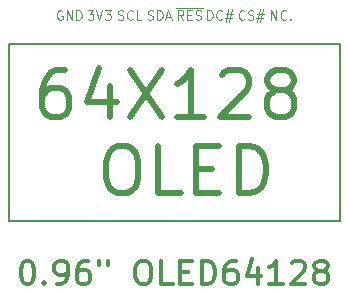
<source format=gto>
%TF.GenerationSoftware,KiCad,Pcbnew,(6.0.1)*%
%TF.CreationDate,2022-01-22T22:46:41+08:00*%
%TF.ProjectId,PCB_OLED_OEL1M4033FPC_A1_E,5043425f-4f4c-4454-945f-4f454c314d34,0.9*%
%TF.SameCoordinates,Original*%
%TF.FileFunction,Legend,Top*%
%TF.FilePolarity,Positive*%
%FSLAX46Y46*%
G04 Gerber Fmt 4.6, Leading zero omitted, Abs format (unit mm)*
G04 Created by KiCad (PCBNEW (6.0.1)) date 2022-01-22 22:46:41*
%MOMM*%
%LPD*%
G01*
G04 APERTURE LIST*
%ADD10C,0.150000*%
%ADD11C,0.300000*%
%ADD12C,0.120000*%
%ADD13C,0.500000*%
%ADD14C,4.500000*%
%ADD15C,3.100000*%
%ADD16R,1.700000X1.700000*%
%ADD17O,1.700000X1.700000*%
%ADD18C,0.900000*%
G04 APERTURE END LIST*
D10*
X123500000Y-55000000D02*
X95500000Y-55000000D01*
X95500000Y-55000000D02*
X95500000Y-40000000D01*
X123500000Y-40000000D02*
X123500000Y-55000000D01*
X95500000Y-40000000D02*
X123500000Y-40000000D01*
D11*
X96950190Y-58340761D02*
X97140666Y-58340761D01*
X97331142Y-58436000D01*
X97426380Y-58531238D01*
X97521619Y-58721714D01*
X97616857Y-59102666D01*
X97616857Y-59578857D01*
X97521619Y-59959809D01*
X97426380Y-60150285D01*
X97331142Y-60245523D01*
X97140666Y-60340761D01*
X96950190Y-60340761D01*
X96759714Y-60245523D01*
X96664476Y-60150285D01*
X96569238Y-59959809D01*
X96474000Y-59578857D01*
X96474000Y-59102666D01*
X96569238Y-58721714D01*
X96664476Y-58531238D01*
X96759714Y-58436000D01*
X96950190Y-58340761D01*
X98474000Y-60150285D02*
X98569238Y-60245523D01*
X98474000Y-60340761D01*
X98378761Y-60245523D01*
X98474000Y-60150285D01*
X98474000Y-60340761D01*
X99521619Y-60340761D02*
X99902571Y-60340761D01*
X100093047Y-60245523D01*
X100188285Y-60150285D01*
X100378761Y-59864571D01*
X100474000Y-59483619D01*
X100474000Y-58721714D01*
X100378761Y-58531238D01*
X100283523Y-58436000D01*
X100093047Y-58340761D01*
X99712095Y-58340761D01*
X99521619Y-58436000D01*
X99426380Y-58531238D01*
X99331142Y-58721714D01*
X99331142Y-59197904D01*
X99426380Y-59388380D01*
X99521619Y-59483619D01*
X99712095Y-59578857D01*
X100093047Y-59578857D01*
X100283523Y-59483619D01*
X100378761Y-59388380D01*
X100474000Y-59197904D01*
X102188285Y-58340761D02*
X101807333Y-58340761D01*
X101616857Y-58436000D01*
X101521619Y-58531238D01*
X101331142Y-58816952D01*
X101235904Y-59197904D01*
X101235904Y-59959809D01*
X101331142Y-60150285D01*
X101426380Y-60245523D01*
X101616857Y-60340761D01*
X101997809Y-60340761D01*
X102188285Y-60245523D01*
X102283523Y-60150285D01*
X102378761Y-59959809D01*
X102378761Y-59483619D01*
X102283523Y-59293142D01*
X102188285Y-59197904D01*
X101997809Y-59102666D01*
X101616857Y-59102666D01*
X101426380Y-59197904D01*
X101331142Y-59293142D01*
X101235904Y-59483619D01*
X103140666Y-58340761D02*
X103140666Y-58721714D01*
X103902571Y-58340761D02*
X103902571Y-58721714D01*
X106664476Y-58340761D02*
X107045428Y-58340761D01*
X107235904Y-58436000D01*
X107426380Y-58626476D01*
X107521619Y-59007428D01*
X107521619Y-59674095D01*
X107426380Y-60055047D01*
X107235904Y-60245523D01*
X107045428Y-60340761D01*
X106664476Y-60340761D01*
X106474000Y-60245523D01*
X106283523Y-60055047D01*
X106188285Y-59674095D01*
X106188285Y-59007428D01*
X106283523Y-58626476D01*
X106474000Y-58436000D01*
X106664476Y-58340761D01*
X109331142Y-60340761D02*
X108378761Y-60340761D01*
X108378761Y-58340761D01*
X109997809Y-59293142D02*
X110664476Y-59293142D01*
X110950190Y-60340761D02*
X109997809Y-60340761D01*
X109997809Y-58340761D01*
X110950190Y-58340761D01*
X111807333Y-60340761D02*
X111807333Y-58340761D01*
X112283523Y-58340761D01*
X112569238Y-58436000D01*
X112759714Y-58626476D01*
X112854952Y-58816952D01*
X112950190Y-59197904D01*
X112950190Y-59483619D01*
X112854952Y-59864571D01*
X112759714Y-60055047D01*
X112569238Y-60245523D01*
X112283523Y-60340761D01*
X111807333Y-60340761D01*
X114664476Y-58340761D02*
X114283523Y-58340761D01*
X114093047Y-58436000D01*
X113997809Y-58531238D01*
X113807333Y-58816952D01*
X113712095Y-59197904D01*
X113712095Y-59959809D01*
X113807333Y-60150285D01*
X113902571Y-60245523D01*
X114093047Y-60340761D01*
X114474000Y-60340761D01*
X114664476Y-60245523D01*
X114759714Y-60150285D01*
X114854952Y-59959809D01*
X114854952Y-59483619D01*
X114759714Y-59293142D01*
X114664476Y-59197904D01*
X114474000Y-59102666D01*
X114093047Y-59102666D01*
X113902571Y-59197904D01*
X113807333Y-59293142D01*
X113712095Y-59483619D01*
X116569238Y-59007428D02*
X116569238Y-60340761D01*
X116093047Y-58245523D02*
X115616857Y-59674095D01*
X116854952Y-59674095D01*
X118664476Y-60340761D02*
X117521619Y-60340761D01*
X118093047Y-60340761D02*
X118093047Y-58340761D01*
X117902571Y-58626476D01*
X117712095Y-58816952D01*
X117521619Y-58912190D01*
X119426380Y-58531238D02*
X119521619Y-58436000D01*
X119712095Y-58340761D01*
X120188285Y-58340761D01*
X120378761Y-58436000D01*
X120473999Y-58531238D01*
X120569238Y-58721714D01*
X120569238Y-58912190D01*
X120473999Y-59197904D01*
X119331142Y-60340761D01*
X120569238Y-60340761D01*
X121712095Y-59197904D02*
X121521619Y-59102666D01*
X121426380Y-59007428D01*
X121331142Y-58816952D01*
X121331142Y-58721714D01*
X121426380Y-58531238D01*
X121521619Y-58436000D01*
X121712095Y-58340761D01*
X122093047Y-58340761D01*
X122283523Y-58436000D01*
X122378761Y-58531238D01*
X122473999Y-58721714D01*
X122473999Y-58816952D01*
X122378761Y-59007428D01*
X122283523Y-59102666D01*
X122093047Y-59197904D01*
X121712095Y-59197904D01*
X121521619Y-59293142D01*
X121426380Y-59388380D01*
X121331142Y-59578857D01*
X121331142Y-59959809D01*
X121426380Y-60150285D01*
X121521619Y-60245523D01*
X121712095Y-60340761D01*
X122093047Y-60340761D01*
X122283523Y-60245523D01*
X122378761Y-60150285D01*
X122473999Y-59959809D01*
X122473999Y-59578857D01*
X122378761Y-59388380D01*
X122283523Y-59293142D01*
X122093047Y-59197904D01*
D12*
X117671952Y-37952904D02*
X117671952Y-37152904D01*
X118129095Y-37952904D01*
X118129095Y-37152904D01*
X118967190Y-37876714D02*
X118929095Y-37914809D01*
X118814809Y-37952904D01*
X118738619Y-37952904D01*
X118624333Y-37914809D01*
X118548142Y-37838619D01*
X118510047Y-37762428D01*
X118471952Y-37610047D01*
X118471952Y-37495761D01*
X118510047Y-37343380D01*
X118548142Y-37267190D01*
X118624333Y-37191000D01*
X118738619Y-37152904D01*
X118814809Y-37152904D01*
X118929095Y-37191000D01*
X118967190Y-37229095D01*
X119310047Y-37876714D02*
X119348142Y-37914809D01*
X119310047Y-37952904D01*
X119271952Y-37914809D01*
X119310047Y-37876714D01*
X119310047Y-37952904D01*
X112274476Y-37953904D02*
X112274476Y-37153904D01*
X112464952Y-37153904D01*
X112579238Y-37192000D01*
X112655428Y-37268190D01*
X112693523Y-37344380D01*
X112731619Y-37496761D01*
X112731619Y-37611047D01*
X112693523Y-37763428D01*
X112655428Y-37839619D01*
X112579238Y-37915809D01*
X112464952Y-37953904D01*
X112274476Y-37953904D01*
X113531619Y-37877714D02*
X113493523Y-37915809D01*
X113379238Y-37953904D01*
X113303047Y-37953904D01*
X113188761Y-37915809D01*
X113112571Y-37839619D01*
X113074476Y-37763428D01*
X113036380Y-37611047D01*
X113036380Y-37496761D01*
X113074476Y-37344380D01*
X113112571Y-37268190D01*
X113188761Y-37192000D01*
X113303047Y-37153904D01*
X113379238Y-37153904D01*
X113493523Y-37192000D01*
X113531619Y-37230095D01*
X113836380Y-37420571D02*
X114407809Y-37420571D01*
X114064952Y-37077714D02*
X113836380Y-38106285D01*
X114331619Y-37763428D02*
X113760190Y-37763428D01*
X114103047Y-38106285D02*
X114331619Y-37077714D01*
D13*
X100204095Y-42214523D02*
X99442190Y-42214523D01*
X99061238Y-42405000D01*
X98870761Y-42595476D01*
X98489809Y-43166904D01*
X98299333Y-43928809D01*
X98299333Y-45452619D01*
X98489809Y-45833571D01*
X98680285Y-46024047D01*
X99061238Y-46214523D01*
X99823142Y-46214523D01*
X100204095Y-46024047D01*
X100394571Y-45833571D01*
X100585047Y-45452619D01*
X100585047Y-44500238D01*
X100394571Y-44119285D01*
X100204095Y-43928809D01*
X99823142Y-43738333D01*
X99061238Y-43738333D01*
X98680285Y-43928809D01*
X98489809Y-44119285D01*
X98299333Y-44500238D01*
X104013619Y-43547857D02*
X104013619Y-46214523D01*
X103061238Y-42024047D02*
X102108857Y-44881190D01*
X104585047Y-44881190D01*
X105727904Y-42214523D02*
X108394571Y-46214523D01*
X108394571Y-42214523D02*
X105727904Y-46214523D01*
X112013619Y-46214523D02*
X109727904Y-46214523D01*
X110870761Y-46214523D02*
X110870761Y-42214523D01*
X110489809Y-42785952D01*
X110108857Y-43166904D01*
X109727904Y-43357380D01*
X113537428Y-42595476D02*
X113727904Y-42405000D01*
X114108857Y-42214523D01*
X115061238Y-42214523D01*
X115442190Y-42405000D01*
X115632666Y-42595476D01*
X115823142Y-42976428D01*
X115823142Y-43357380D01*
X115632666Y-43928809D01*
X113346952Y-46214523D01*
X115823142Y-46214523D01*
X118108857Y-43928809D02*
X117727904Y-43738333D01*
X117537428Y-43547857D01*
X117346952Y-43166904D01*
X117346952Y-42976428D01*
X117537428Y-42595476D01*
X117727904Y-42405000D01*
X118108857Y-42214523D01*
X118870761Y-42214523D01*
X119251714Y-42405000D01*
X119442190Y-42595476D01*
X119632666Y-42976428D01*
X119632666Y-43166904D01*
X119442190Y-43547857D01*
X119251714Y-43738333D01*
X118870761Y-43928809D01*
X118108857Y-43928809D01*
X117727904Y-44119285D01*
X117537428Y-44309761D01*
X117346952Y-44690714D01*
X117346952Y-45452619D01*
X117537428Y-45833571D01*
X117727904Y-46024047D01*
X118108857Y-46214523D01*
X118870761Y-46214523D01*
X119251714Y-46024047D01*
X119442190Y-45833571D01*
X119632666Y-45452619D01*
X119632666Y-44690714D01*
X119442190Y-44309761D01*
X119251714Y-44119285D01*
X118870761Y-43928809D01*
X104680285Y-48654523D02*
X105442190Y-48654523D01*
X105823142Y-48845000D01*
X106204095Y-49225952D01*
X106394571Y-49987857D01*
X106394571Y-51321190D01*
X106204095Y-52083095D01*
X105823142Y-52464047D01*
X105442190Y-52654523D01*
X104680285Y-52654523D01*
X104299333Y-52464047D01*
X103918380Y-52083095D01*
X103727904Y-51321190D01*
X103727904Y-49987857D01*
X103918380Y-49225952D01*
X104299333Y-48845000D01*
X104680285Y-48654523D01*
X110013619Y-52654523D02*
X108108857Y-52654523D01*
X108108857Y-48654523D01*
X111346952Y-50559285D02*
X112680285Y-50559285D01*
X113251714Y-52654523D02*
X111346952Y-52654523D01*
X111346952Y-48654523D01*
X113251714Y-48654523D01*
X114966000Y-52654523D02*
X114966000Y-48654523D01*
X115918380Y-48654523D01*
X116489809Y-48845000D01*
X116870761Y-49225952D01*
X117061238Y-49606904D01*
X117251714Y-50368809D01*
X117251714Y-50940238D01*
X117061238Y-51702142D01*
X116870761Y-52083095D01*
X116489809Y-52464047D01*
X115918380Y-52654523D01*
X114966000Y-52654523D01*
D12*
X99974476Y-37192000D02*
X99898285Y-37153904D01*
X99784000Y-37153904D01*
X99669714Y-37192000D01*
X99593523Y-37268190D01*
X99555428Y-37344380D01*
X99517333Y-37496761D01*
X99517333Y-37611047D01*
X99555428Y-37763428D01*
X99593523Y-37839619D01*
X99669714Y-37915809D01*
X99784000Y-37953904D01*
X99860190Y-37953904D01*
X99974476Y-37915809D01*
X100012571Y-37877714D01*
X100012571Y-37611047D01*
X99860190Y-37611047D01*
X100355428Y-37953904D02*
X100355428Y-37153904D01*
X100812571Y-37953904D01*
X100812571Y-37153904D01*
X101193523Y-37953904D02*
X101193523Y-37153904D01*
X101384000Y-37153904D01*
X101498285Y-37192000D01*
X101574476Y-37268190D01*
X101612571Y-37344380D01*
X101650666Y-37496761D01*
X101650666Y-37611047D01*
X101612571Y-37763428D01*
X101574476Y-37839619D01*
X101498285Y-37915809D01*
X101384000Y-37953904D01*
X101193523Y-37953904D01*
X109601142Y-36928000D02*
X110401142Y-36928000D01*
X110248761Y-37953904D02*
X109982095Y-37572952D01*
X109791619Y-37953904D02*
X109791619Y-37153904D01*
X110096380Y-37153904D01*
X110172571Y-37192000D01*
X110210666Y-37230095D01*
X110248761Y-37306285D01*
X110248761Y-37420571D01*
X110210666Y-37496761D01*
X110172571Y-37534857D01*
X110096380Y-37572952D01*
X109791619Y-37572952D01*
X110401142Y-36928000D02*
X111124952Y-36928000D01*
X110591619Y-37534857D02*
X110858285Y-37534857D01*
X110972571Y-37953904D02*
X110591619Y-37953904D01*
X110591619Y-37153904D01*
X110972571Y-37153904D01*
X111124952Y-36928000D02*
X111886857Y-36928000D01*
X111277333Y-37915809D02*
X111391619Y-37953904D01*
X111582095Y-37953904D01*
X111658285Y-37915809D01*
X111696380Y-37877714D01*
X111734476Y-37801523D01*
X111734476Y-37725333D01*
X111696380Y-37649142D01*
X111658285Y-37611047D01*
X111582095Y-37572952D01*
X111429714Y-37534857D01*
X111353523Y-37496761D01*
X111315428Y-37458666D01*
X111277333Y-37382476D01*
X111277333Y-37306285D01*
X111315428Y-37230095D01*
X111353523Y-37192000D01*
X111429714Y-37153904D01*
X111620190Y-37153904D01*
X111734476Y-37192000D01*
X104711619Y-37915809D02*
X104825904Y-37953904D01*
X105016380Y-37953904D01*
X105092571Y-37915809D01*
X105130666Y-37877714D01*
X105168761Y-37801523D01*
X105168761Y-37725333D01*
X105130666Y-37649142D01*
X105092571Y-37611047D01*
X105016380Y-37572952D01*
X104864000Y-37534857D01*
X104787809Y-37496761D01*
X104749714Y-37458666D01*
X104711619Y-37382476D01*
X104711619Y-37306285D01*
X104749714Y-37230095D01*
X104787809Y-37192000D01*
X104864000Y-37153904D01*
X105054476Y-37153904D01*
X105168761Y-37192000D01*
X105968761Y-37877714D02*
X105930666Y-37915809D01*
X105816380Y-37953904D01*
X105740190Y-37953904D01*
X105625904Y-37915809D01*
X105549714Y-37839619D01*
X105511619Y-37763428D01*
X105473523Y-37611047D01*
X105473523Y-37496761D01*
X105511619Y-37344380D01*
X105549714Y-37268190D01*
X105625904Y-37192000D01*
X105740190Y-37153904D01*
X105816380Y-37153904D01*
X105930666Y-37192000D01*
X105968761Y-37230095D01*
X106692571Y-37953904D02*
X106311619Y-37953904D01*
X106311619Y-37153904D01*
X107232571Y-37911291D02*
X107346857Y-37949386D01*
X107537333Y-37949386D01*
X107613523Y-37911291D01*
X107651619Y-37873196D01*
X107689714Y-37797005D01*
X107689714Y-37720815D01*
X107651619Y-37644624D01*
X107613523Y-37606529D01*
X107537333Y-37568434D01*
X107384952Y-37530339D01*
X107308761Y-37492243D01*
X107270666Y-37454148D01*
X107232571Y-37377958D01*
X107232571Y-37301767D01*
X107270666Y-37225577D01*
X107308761Y-37187482D01*
X107384952Y-37149386D01*
X107575428Y-37149386D01*
X107689714Y-37187482D01*
X108032571Y-37949386D02*
X108032571Y-37149386D01*
X108223047Y-37149386D01*
X108337333Y-37187482D01*
X108413523Y-37263672D01*
X108451619Y-37339862D01*
X108489714Y-37492243D01*
X108489714Y-37606529D01*
X108451619Y-37758910D01*
X108413523Y-37835101D01*
X108337333Y-37911291D01*
X108223047Y-37949386D01*
X108032571Y-37949386D01*
X108794476Y-37720815D02*
X109175428Y-37720815D01*
X108718285Y-37949386D02*
X108984952Y-37149386D01*
X109251619Y-37949386D01*
X102133523Y-37153904D02*
X102628761Y-37153904D01*
X102362095Y-37458666D01*
X102476380Y-37458666D01*
X102552571Y-37496761D01*
X102590666Y-37534857D01*
X102628761Y-37611047D01*
X102628761Y-37801523D01*
X102590666Y-37877714D01*
X102552571Y-37915809D01*
X102476380Y-37953904D01*
X102247809Y-37953904D01*
X102171619Y-37915809D01*
X102133523Y-37877714D01*
X102857333Y-37153904D02*
X103124000Y-37953904D01*
X103390666Y-37153904D01*
X103581142Y-37153904D02*
X104076380Y-37153904D01*
X103809714Y-37458666D01*
X103924000Y-37458666D01*
X104000190Y-37496761D01*
X104038285Y-37534857D01*
X104076380Y-37611047D01*
X104076380Y-37801523D01*
X104038285Y-37877714D01*
X104000190Y-37915809D01*
X103924000Y-37953904D01*
X103695428Y-37953904D01*
X103619238Y-37915809D01*
X103581142Y-37877714D01*
X115417666Y-37876714D02*
X115379571Y-37914809D01*
X115265285Y-37952904D01*
X115189095Y-37952904D01*
X115074809Y-37914809D01*
X114998619Y-37838619D01*
X114960523Y-37762428D01*
X114922428Y-37610047D01*
X114922428Y-37495761D01*
X114960523Y-37343380D01*
X114998619Y-37267190D01*
X115074809Y-37191000D01*
X115189095Y-37152904D01*
X115265285Y-37152904D01*
X115379571Y-37191000D01*
X115417666Y-37229095D01*
X115722428Y-37914809D02*
X115836714Y-37952904D01*
X116027190Y-37952904D01*
X116103380Y-37914809D01*
X116141476Y-37876714D01*
X116179571Y-37800523D01*
X116179571Y-37724333D01*
X116141476Y-37648142D01*
X116103380Y-37610047D01*
X116027190Y-37571952D01*
X115874809Y-37533857D01*
X115798619Y-37495761D01*
X115760523Y-37457666D01*
X115722428Y-37381476D01*
X115722428Y-37305285D01*
X115760523Y-37229095D01*
X115798619Y-37191000D01*
X115874809Y-37152904D01*
X116065285Y-37152904D01*
X116179571Y-37191000D01*
X116484333Y-37419571D02*
X117055761Y-37419571D01*
X116712904Y-37076714D02*
X116484333Y-38105285D01*
X116979571Y-37762428D02*
X116408142Y-37762428D01*
X116751000Y-38105285D02*
X116979571Y-37076714D01*
%LPC*%
D14*
%TO.C,REF\u002A\u002A*%
X92500000Y-59000000D03*
D15*
X92500000Y-59000000D03*
%TD*%
D14*
%TO.C,REF\u002A\u002A*%
X126500000Y-59000000D03*
D15*
X126500000Y-59000000D03*
%TD*%
%TO.C,REF\u002A\u002A*%
X126500000Y-36000000D03*
D14*
X126500000Y-36000000D03*
%TD*%
D15*
%TO.C,REF\u002A\u002A*%
X92500000Y-36000000D03*
D14*
X92500000Y-36000000D03*
%TD*%
D16*
%TO.C,J1*%
X100625000Y-35500000D03*
D17*
X103165000Y-35500000D03*
X105705000Y-35500000D03*
X108245000Y-35500000D03*
X110785000Y-35500000D03*
X113325000Y-35500000D03*
X115865000Y-35500000D03*
X118405000Y-35500000D03*
%TD*%
D18*
%TO.C,SW1*%
X126330000Y-49000000D03*
X126330000Y-46000000D03*
%TD*%
M02*

</source>
